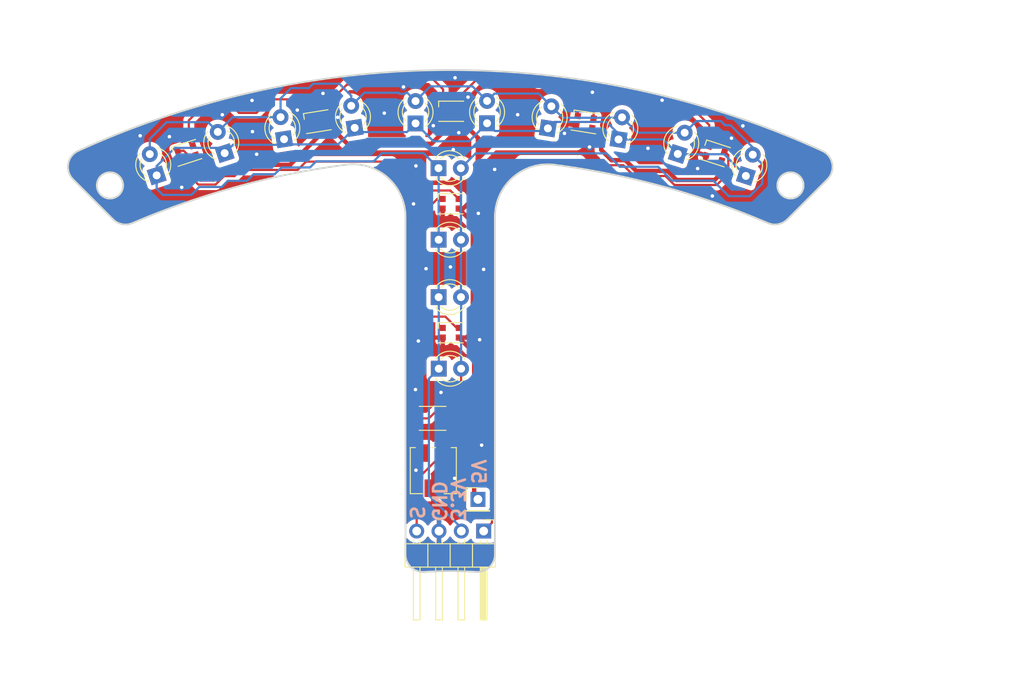
<source format=kicad_pcb>
(kicad_pcb (version 20221018) (generator pcbnew)
  (layers (0 "F.Cu" signal) (31 "B.Cu" signal) (34 "B.Paste" user) (35 "F.Paste" user) (36 "B.SilkS" user "B.Silkscreen") (37 "F.SilkS" user "F.Silkscreen") (38 "B.Mask" user) (39 "F.Mask" user) (44 "Edge.Cuts" user))
  (net 0 "")
  (net 1 "Net-(D1-DOUT)")
  (net 2 "GND")
  (net 3 "+5V")
  (net 4 "/PWM")
  (net 5 "Net-(D2-DOUT)")
  (net 6 "Net-(D3-DOUT)")
  (net 7 "Net-(D4-DOUT)")
  (net 8 "+3.3V")
  (net 9 "/S")
  (net 10 "Net-(Q1-E)")
  (net 12 "Net-(D4-DIN)")
  (footprint "Connector_PinHeader_2.54mm:PinHeader_1x01_P2.54mm_Vertical" (layer "F.Cu") (at 184.28 77.42)
    (fp_text reference "J2" hide)
    (fp_text value "Conn_01x01_Pin")
    (pad "1" thru_hole rect (at 0 0) (size 1.7 1.7) (drill 1) (layers "*.Cu" "*.Mask") (net 3 "+5V"))
  )
  (footprint "LED_THT:LED_D3.0mm_Clear" (layer "F.Cu") (at 179.81 47.875)
    (fp_text reference "Q12" hide)
    (fp_text value "Q_Photo_NPN")
    (pad "1" thru_hole rect (at 0 0) (size 1.8 1.8) (drill 0.9) (layers "*.Cu" "*.Mask") (net 8 "+3.3V"))
    (pad "2" thru_hole circle (at 2.54 0) (size 1.8 1.8) (drill 0.9) (layers "*.Cu" "*.Mask") (net 10 "Net-(Q1-E)"))
  )
  (footprint "LED_THT:LED_D3.0mm_Clear" (layer "F.Cu") (at 155.464502 38.024803 108)
    (fp_text reference "Q1" hide)
    (fp_text value "Q_Photo_NPN")
    (pad "1" thru_hole rect (at 0 0 108) (size 1.8 1.8) (drill 0.9) (layers "*.Cu" "*.Mask") (net 8 "+3.3V"))
    (pad "2" thru_hole circle (at 2.54 0 108) (size 1.8 1.8) (drill 0.9) (layers "*.Cu" "*.Mask") (net 10 "Net-(Q1-E)"))
  )
  (footprint "LED_THT:LED_D3.0mm_Clear" (layer "F.Cu") (at 179.81 54.41)
    (fp_text reference "Q11" hide)
    (fp_text value "Q_Photo_NPN")
    (pad "1" thru_hole rect (at 0 0) (size 1.8 1.8) (drill 0.9) (layers "*.Cu" "*.Mask") (net 8 "+3.3V"))
    (pad "2" thru_hole circle (at 2.54 0) (size 1.8 1.8) (drill 0.9) (layers "*.Cu" "*.Mask") (net 10 "Net-(Q1-E)"))
  )
  (footprint "LED_SMD:LED_WS2812B-2020_PLCC4_2.0x2.0mm" (layer "F.Cu") (at 196.452127 34.474534 -9)
    (fp_text reference "D2" hide)
    (fp_text value "NeoPixel_THT")
    (pad "1" smd rect (at -0.915 -0.55 351) (size 0.7 0.7) (layers "F.Cu" "F.Paste" "F.Mask") (net 5 "Net-(D2-DOUT)"))
    (pad "2" smd rect (at -0.915 0.55 351) (size 0.7 0.7) (layers "F.Cu" "F.Paste" "F.Mask") (net 2 "GND"))
    (pad "3" smd rect (at 0.915 0.55 351) (size 0.7 0.7) (layers "F.Cu" "F.Paste" "F.Mask") (net 3 "+5V"))
    (pad "4" smd rect (at 0.915 -0.55 351) (size 0.7 0.7) (layers "F.Cu" "F.Paste" "F.Mask") (net 1 "Net-(D1-DOUT)"))
  )
  (footprint "LED_THT:LED_D3.0mm_Clear" (layer "F.Cu") (at 179.825 62.55)
    (fp_text reference "Q10" hide)
    (fp_text value "Q_Photo_NPN")
    (pad "1" thru_hole rect (at 0 0) (size 1.8 1.8) (drill 0.9) (layers "*.Cu" "*.Mask") (net 8 "+3.3V"))
    (pad "2" thru_hole circle (at 2.54 0) (size 1.8 1.8) (drill 0.9) (layers "*.Cu" "*.Mask") (net 10 "Net-(Q1-E)"))
  )
  (footprint "LED_THT:LED_D3.0mm_Clear" (layer "F.Cu") (at 179.795 39.735)
    (fp_text reference "Q4" hide)
    (fp_text value "Q_Photo_NPN")
    (pad "1" thru_hole rect (at 0 0) (size 1.8 1.8) (drill 0.9) (layers "*.Cu" "*.Mask") (net 8 "+3.3V"))
    (pad "2" thru_hole circle (at 2.54 0) (size 1.8 1.8) (drill 0.9) (layers "*.Cu" "*.Mask") (net 10 "Net-(Q1-E)"))
  )
  (footprint "LED_THT:LED_D3.0mm_Clear" (layer "F.Cu") (at 185.32 34.625 90)
    (fp_text reference "Q14" hide)
    (fp_text value "Q_Photo_NPN")
    (pad "1" thru_hole rect (at 0 0 90) (size 1.8 1.8) (drill 0.9) (layers "*.Cu" "*.Mask") (net 8 "+3.3V"))
    (pad "2" thru_hole circle (at 2.54 0 90) (size 1.8 1.8) (drill 0.9) (layers "*.Cu" "*.Mask") (net 10 "Net-(Q1-E)"))
  )
  (footprint "LED_SMD:LED_WS2812B-2020_PLCC4_2.0x2.0mm" (layer "F.Cu") (at 211.29685 38.05538 -18)
    (fp_text reference "D1" hide)
    (fp_text value "NeoPixel_THT" hide)
    (pad "1" smd rect (at -0.915 -0.55 342) (size 0.7 0.7) (layers "F.Cu" "F.Paste" "F.Mask") (net 1 "Net-(D1-DOUT)"))
    (pad "2" smd rect (at -0.915 0.55 342) (size 0.7 0.7) (layers "F.Cu" "F.Paste" "F.Mask") (net 2 "GND"))
    (pad "3" smd rect (at 0.915 0.55 342) (size 0.7 0.7) (layers "F.Cu" "F.Paste" "F.Mask") (net 3 "+5V"))
    (pad "4" smd rect (at 0.915 -0.55 342) (size 0.7 0.7) (layers "F.Cu" "F.Paste" "F.Mask") (net 4 "/PWM"))
  )
  (footprint "LED_THT:LED_D3.0mm_Clear" (layer "F.Cu") (at 170.258466 35.150062 99)
    (fp_text reference "Q6" hide)
    (fp_text value "Q_Photo_NPN")
    (pad "1" thru_hole rect (at 0 0 99) (size 1.8 1.8) (drill 0.9) (layers "*.Cu" "*.Mask") (net 8 "+3.3V"))
    (pad "2" thru_hole circle (at 2.54 0 99) (size 1.8 1.8) (drill 0.9) (layers "*.Cu" "*.Mask") (net 10 "Net-(Q1-E)"))
  )
  (footprint "Connector_PinHeader_2.54mm:PinHeader_1x04_P2.54mm_Horizontal" (layer "F.Cu") (at 184.93 81.025 -90)
    (fp_text reference "J1" hide)
    (fp_text value "Conn_01x04_Pin")
    (pad "1" thru_hole rect (at 0 0 270) (size 1.7 1.7) (drill 1) (layers "*.Cu" "*.Mask") (net 4 "/PWM"))
    (pad "2" thru_hole oval (at 0 2.54 270) (size 1.7 1.7) (drill 1) (layers "*.Cu" "*.Mask") (net 8 "+3.3V"))
    (pad "3" thru_hole oval (at 0 5.08 270) (size 1.7 1.7) (drill 1) (layers "*.Cu" "*.Mask") (net 2 "GND"))
    (pad "4" thru_hole oval (at 0 7.62 270) (size 1.7 1.7) (drill 1) (layers "*.Cu" "*.Mask") (net 9 "/S"))
  )
  (footprint "LED_SMD:LED_WS2812B-2020_PLCC4_2.0x2.0mm" (layer "F.Cu") (at 166.005287 34.441684 9)
    (fp_text reference "D4" hide)
    (fp_text value "NeoPixel_THT")
    (pad "1" smd rect (at -0.915 -0.55 9) (size 0.7 0.7) (layers "F.Cu" "F.Paste" "F.Mask"))
    (pad "2" smd rect (at -0.915 0.55 9) (size 0.7 0.7) (layers "F.Cu" "F.Paste" "F.Mask") (net 2 "GND"))
    (pad "3" smd rect (at 0.915 0.55 9) (size 0.7 0.7) (layers "F.Cu" "F.Paste" "F.Mask") (net 3 "+5V"))
    (pad "4" smd rect (at 0.915 -0.55 9) (size 0.7 0.7) (layers "F.Cu" "F.Paste" "F.Mask") (net 6 "Net-(D3-DOUT)"))
  )
  (footprint "LED_THT:LED_D3.0mm_Clear" (layer "F.Cu") (at 214.764863 40.617452 72)
    (fp_text reference "Q7" hide)
    (fp_text value "Q_Photo_NPN")
    (pad "1" thru_hole rect (at 0 0 72) (size 1.8 1.8) (drill 0.9) (layers "*.Cu" "*.Mask") (net 8 "+3.3V"))
    (pad "2" thru_hole circle (at 2.54 0 72) (size 1.8 1.8) (drill 0.9) (layers "*.Cu" "*.Mask") (net 10 "Net-(Q1-E)"))
  )
  (footprint "Resistor_SMD:R_2010_5025Metric" (layer "F.Cu") (at 179.125 68.2 180)
    (fp_text reference "R1" hide)
    (fp_text value "1K")
    (pad "1" smd roundrect (at -2.3125 0 180) (size 1.225 2.65) (layers "F.Cu" "F.Paste" "F.Mask") (roundrect_rratio 0.204082) (net 9 "/S"))
    (pad "2" smd roundrect (at 2.3125 0 180) (size 1.225 2.65) (layers "F.Cu" "F.Paste" "F.Mask") (roundrect_rratio 0.204082) (net 10 "Net-(Q1-E)"))
  )
  (footprint "LED_THT:LED_D3.0mm_Clear" (layer "F.Cu") (at 147.727537 40.554467 108)
    (fp_text reference "Q9" hide)
    (fp_text value "Q_Photo_NPN")
    (pad "1" thru_hole rect (at 0 0 108) (size 1.8 1.8) (drill 0.9) (layers "*.Cu" "*.Mask") (net 8 "+3.3V"))
    (pad "2" thru_hole circle (at 2.54 0 108) (size 1.8 1.8) (drill 0.9) (layers "*.Cu" "*.Mask") (net 10 "Net-(Q1-E)"))
  )
  (footprint "LED_SMD:LED_WS2812B-2020_PLCC4_2.0x2.0mm" (layer "F.Cu") (at 151.152872 37.99049 18)
    (fp_text reference "D6" hide)
    (fp_text value "NeoPixel_THT")
    (pad "1" smd rect (at -0.915 -0.55 18) (size 0.7 0.7) (layers "F.Cu" "F.Paste" "F.Mask") (net 12 "Net-(D4-DIN)"))
    (pad "2" smd rect (at -0.915 0.55 18) (size 0.7 0.7) (layers "F.Cu" "F.Paste" "F.Mask") (net 2 "GND"))
    (pad "3" smd rect (at 0.915 0.55 18) (size 0.7 0.7) (layers "F.Cu" "F.Paste" "F.Mask") (net 3 "+5V"))
    (pad "4" smd rect (at 0.915 -0.55 18) (size 0.7 0.7) (layers "F.Cu" "F.Paste" "F.Mask") (net 6 "Net-(D3-DOUT)"))
  )
  (footprint "LED_THT:LED_D3.0mm_Clear" (layer "F.Cu") (at 177.18 34.64 90)
    (fp_text reference "Q13" hide)
    (fp_text value "Q_Photo_NPN")
    (pad "1" thru_hole rect (at 0 0 90) (size 1.8 1.8) (drill 0.9) (layers "*.Cu" "*.Mask") (net 8 "+3.3V"))
    (pad "2" thru_hole circle (at 2.54 0 90) (size 1.8 1.8) (drill 0.9) (layers "*.Cu" "*.Mask") (net 10 "Net-(Q1-E)"))
  )
  (footprint "Potentiometer_SMD:Potentiometer_Vishay_TS53YJ_Vertical" (layer "F.Cu") (at 179.2 74.15 90)
    (fp_text reference "RV1" hide)
    (fp_text value "R_Potentiometer_Trim_US")
    (pad "1" smd rect (at 2 -1.15 90) (size 2 1.3) (layers "F.Cu" "F.Paste" "F.Mask"))
    (pad "2" smd rect (at -2 0 90) (size 2 2) (layers "F.Cu" "F.Paste" "F.Mask") (net 2 "GND"))
    (pad "3" smd rect (at 2 1.15 90) (size 2 1.3) (layers "F.Cu" "F.Paste" "F.Mask") (net 9 "/S"))
  )
  (footprint "LED_SMD:LED_WS2812B-2020_PLCC4_2.0x2.0mm" (layer "F.Cu") (at 181.175 43.785)
    (fp_text reference "D4" hide)
    (fp_text value "NeoPixel_THT")
    (pad "1" smd rect (at -0.915 -0.55) (size 0.7 0.7) (layers "F.Cu" "F.Paste" "F.Mask") (net 7 "Net-(D4-DOUT)"))
    (pad "2" smd rect (at -0.915 0.55) (size 0.7 0.7) (layers "F.Cu" "F.Paste" "F.Mask") (net 2 "GND"))
    (pad "3" smd rect (at 0.915 0.55) (size 0.7 0.7) (layers "F.Cu" "F.Paste" "F.Mask") (net 3 "+5V"))
    (pad "4" smd rect (at 0.915 -0.55) (size 0.7 0.7) (layers "F.Cu" "F.Paste" "F.Mask") (net 12 "Net-(D4-DIN)"))
  )
  (footprint "LED_THT:LED_D3.0mm_Clear" (layer "F.Cu") (at 200.27824 36.462546 81)
    (fp_text reference "Q2" hide)
    (fp_text value "Q_Photo_NPN")
    (pad "1" thru_hole rect (at 0 0 81) (size 1.8 1.8) (drill 0.9) (layers "*.Cu" "*.Mask") (net 8 "+3.3V"))
    (pad "2" thru_hole circle (at 2.54 0 81) (size 1.8 1.8) (drill 0.9) (layers "*.Cu" "*.Mask") (net 10 "Net-(Q1-E)"))
  )
  (footprint "LED_THT:LED_D3.0mm_Clear" (layer "F.Cu") (at 192.23611 35.203984 81)
    (fp_text reference "Q5" hide)
    (fp_text value "Q_Photo_NPN" hide)
    (pad "1" thru_hole rect (at 0 0 81) (size 1.8 1.8) (drill 0.9) (layers "*.Cu" "*.Mask") (net 8 "+3.3V"))
    (pad "2" thru_hole circle (at 2.54 0 81) (size 1.8 1.8) (drill 0.9) (layers "*.Cu" "*.Mask") (net 10 "Net-(Q1-E)"))
  )
  (footprint "LED_THT:LED_D3.0mm_Clear" (layer "F.Cu") (at 207.018628 38.11632 72)
    (fp_text reference "Q8" hide)
    (fp_text value "Q_Photo_NPN")
    (pad "1" thru_hole rect (at 0 0 72) (size 1.8 1.8) (drill 0.9) (layers "*.Cu" "*.Mask") (net 8 "+3.3V"))
    (pad "2" thru_hole circle (at 2.54 0 72) (size 1.8 1.8) (drill 0.9) (layers "*.Cu" "*.Mask") (net 10 "Net-(Q1-E)"))
  )
  (footprint "LED_SMD:LED_WS2812B-2020_PLCC4_2.0x2.0mm" (layer "F.Cu") (at 181.19 58.46)
    (fp_text reference "D5" hide)
    (fp_text value "NeoPixel_THT")
    (pad "1" smd rect (at -0.915 -0.55) (size 0.7 0.7) (layers "F.Cu" "F.Paste" "F.Mask"))
    (pad "2" smd rect (at -0.915 0.55) (size 0.7 0.7) (layers "F.Cu" "F.Paste" "F.Mask") (net 2 "GND"))
    (pad "3" smd rect (at 0.915 0.55) (size 0.7 0.7) (layers "F.Cu" "F.Paste" "F.Mask") (net 3 "+5V"))
    (pad "4" smd rect (at 0.915 -0.55) (size 0.7 0.7) (layers "F.Cu" "F.Paste" "F.Mask") (net 7 "Net-(D4-DOUT)"))
  )
  (footprint "LED_SMD:LED_WS2812B-2020_PLCC4_2.0x2.0mm" (layer "F.Cu") (at 181.23 33.26)
    (fp_text reference "D3" hide)
    (fp_text value "NeoPixel_THT")
    (pad "1" smd rect (at -0.915 -0.55) (size 0.7 0.7) (layers "F.Cu" "F.Paste" "F.Mask") (net 6 "Net-(D3-DOUT)"))
    (pad "2" smd rect (at -0.915 0.55) (size 0.7 0.7) (layers "F.Cu" "F.Paste" "F.Mask") (net 2 "GND"))
    (pad "3" smd rect (at 0.915 0.55) (size 0.7 0.7) (layers "F.Cu" "F.Paste" "F.Mask") (net 3 "+5V"))
    (pad "4" smd rect (at 0.915 -0.55) (size 0.7 0.7) (layers "F.Cu" "F.Paste" "F.Mask") (net 5 "Net-(D2-DOUT)"))
  )
  (footprint "LED_THT:LED_D3.0mm_Clear" (layer "F.Cu") (at 162.221029 36.438254 99)
    (fp_text reference "Q3" hide)
    (fp_text value "Q_Photo_NPN")
    (pad "1" thru_hole rect (at 0 0 99) (size 1.8 1.8) (drill 0.9) (layers "*.Cu" "*.Mask") (net 8 "+3.3V"))
    (pad "2" thru_hole circle (at 2.54 0 99) (size 1.8 1.8) (drill 0.9) (layers "*.Cu" "*.Mask") (net 10 "Net-(Q1-E)"))
  )
  (gr_arc (start 186.205987 45.291867) (mid 188.246099 40.784179) (end 192.979079 39.341882) (stroke (width 0.2)) (layer "Edge.Cuts"))
  (gr_line (start 138.221321 41.002269) (end 142.77079 45.551738) (stroke (width 0.2)) (layer "Edge.Cuts"))
  (gr_line (start 186.205987 83.676092) (end 186.205987 45.291867) (stroke (width 0.2)) (layer "Edge.Cuts"))
  (gr_arc (start 186.205987 83.676092) (mid 185.573064 85.135921) (end 184.074882 85.67179) (stroke (width 0.2)) (layer "Edge.Cuts"))
  (gr_circle (center 142.413124 41.697234) (end 142.413124 40.197234) (stroke (width 0.2)) (fill none) (layer "Edge.Cuts"))
  (gr_arc (start 144.970961 45.976619) (mid 156.8928 41.823656) (end 169.270931 39.341882) (stroke (width 0.2)) (layer "Edge.Cuts"))
  (gr_arc (start 138.805745 37.768316) (mid 181.125005 28.574998) (end 223.444265 37.768316) (stroke (width 0.2)) (layer "Edge.Cuts"))
  (gr_line (start 176.044023 45.291867) (end 176.044023 83.676092) (stroke (width 0.2)) (layer "Edge.Cuts"))
  (gr_arc (start 178.175128 85.67179) (mid 181.125005 85.575) (end 184.074882 85.67179) (stroke (width 0.2)) (layer "Edge.Cuts"))
  (gr_arc (start 138.221321 41.002269) (mid 137.667441 39.232413) (end 138.805745 37.768316) (stroke (width 0.2)) (layer "Edge.Cuts"))
  (gr_arc (start 178.175128 85.67179) (mid 176.676938 85.135929) (end 176.044023 83.676092) (stroke (width 0.2)) (layer "Edge.Cuts"))
  (gr_circle (center 219.836886 41.697234) (end 219.836886 40.197234) (stroke (width 0.2)) (fill none) (layer "Edge.Cuts"))
  (gr_arc (start 169.270931 39.341882) (mid 174.00391 40.784183) (end 176.044023 45.291867) (stroke (width 0.2)) (layer "Edge.Cuts"))
  (gr_line (start 219.47922 45.551738) (end 224.028689 41.002269) (stroke (width 0.2)) (layer "Edge.Cuts"))
  (gr_arc (start 223.444265 37.768316) (mid 224.582649 39.232398) (end 224.028689 41.002269) (stroke (width 0.2)) (layer "Edge.Cuts"))
  (gr_arc (start 144.970961 45.976619) (mid 143.805784 46.101241) (end 142.77079 45.551738) (stroke (width 0.2)) (layer "Edge.Cuts"))
  (gr_arc (start 219.47922 45.551738) (mid 218.444225 46.101238) (end 217.279049 45.976619) (stroke (width 0.2)) (layer "Edge.Cuts"))
  (gr_arc (start 192.979079 39.341882) (mid 205.35721 41.823656) (end 217.279049 45.976619) (stroke (width 0.2)) (layer "Edge.Cuts"))
  (gr_text "3.3V" (at 181.1 80.075 270) (layer "B.SilkS") (effects (font (size 1.5 1.5) (thickness 0.3) bold) (justify left bottom mirror)))
  (gr_text "5V" (at 183.45 75.825 270) (layer "B.SilkS") (effects (font (size 1.5 1.5) (thickness 0.3) bold) (justify left bottom mirror)))
  (gr_text "GND" (at 178.975 80.125 270) (layer "B.SilkS") (effects (font (size 1.5 1.5) (thickness 0.3) bold) (justify left bottom mirror)))
  (gr_text "S" (at 178.35 78 90) (layer "B.SilkS") (effects (font (size 1.5 1.5) (thickness 0.3) bold) (justify left bottom mirror)))
  (segment (start 203.327 32.766) (end 202.184 31.623) (width 0.25) (layer "F.Cu") (net 1))
  (segment (start 208.534 32.766) (end 203.327 32.766) (width 0.25) (layer "F.Cu") (net 1))
  (segment (start 210.596593 37.249548) (end 210.596593 34.828593) (width 0.25) (layer "F.Cu") (net 1))
  (segment (start 197.441901 33.063099) (end 197.441901 34.074443) (width 0.25) (layer "F.Cu") (net 1))
  (segment (start 202.184 31.623) (end 198.882 31.623) (width 0.25) (layer "F.Cu") (net 1))
  (segment (start 198.882 31.623) (end 197.441901 33.063099) (width 0.25) (layer "F.Cu") (net 1))
  (segment (start 210.596593 34.828593) (end 208.534 32.766) (width 0.25) (layer "F.Cu") (net 1))
  (via (at 155.194 33.655) (size 0.8) (drill 0.4) (layers "F.Cu" "B.Cu") (net 2))
  (via (at 205.232 32.004) (size 0.8) (drill 0.4) (layers "F.Cu" "B.Cu") (net 2))
  (via (at 184.7 71.25) (size 0.8) (drill 0.4) (layers "F.Cu" "B.Cu") (net 2))
  (via (at 210.95 42.9) (size 0.8) (drill 0.4) (layers "F.Cu" "B.Cu") (net 2))
  (via (at 173.625 33.475) (size 0.8) (drill 0.4) (layers "F.Cu" "B.Cu") (net 2))
  (via (at 181.675 29.45) (size 0.8) (drill 0.4) (layers "F.Cu" "B.Cu") (net 2))
  (via (at 209.275 39.775) (size 0.8) (drill 0.4) (layers "F.Cu" "B.Cu") (net 2))
  (via (at 176.95 43.8) (size 0.8) (drill 0.4) (layers "F.Cu" "B.Cu") (net 2))
  (via (at 188.8 33.65) (size 0.8) (drill 0.4) (layers "F.Cu" "B.Cu") (net 2))
  (via (at 179.2 34.9) (size 0.8) (drill 0.4) (layers "F.Cu" "B.Cu") (net 2))
  (via (at 149.175 36.15) (size 0.8) (drill 0.4) (layers "F.Cu" "B.Cu") (net 2))
  (via (at 168.325 33.95) (size 0.8) (drill 0.4) (layers "F.Cu" "B.Cu") (net 2))
  (via (at 184.925 51.25) (size 0.8) (drill 0.4) (layers "F.Cu" "B.Cu") (net 2))
  (via (at 184.325 44.875) (size 0.8) (drill 0.4) (layers "F.Cu" "B.Cu") (net 2))
  (via (at 182.1 35.7) (size 0.8) (drill 0.4) (layers "F.Cu" "B.Cu") (net 2))
  (via (at 158.625 35.575) (size 0.8) (drill 0.4) (layers "F.Cu" "B.Cu") (net 2))
  (via (at 184.475 59.25) (size 0.8) (drill 0.4) (layers "F.Cu" "B.Cu") (net 2))
  (via (at 166.65 31.225) (size 0.8) (drill 0.4) (layers "F.Cu" "B.Cu") (net 2))
  (via (at 194.125 35.775) (size 0.8) (drill 0.4) (layers "F.Cu" "B.Cu") (net 2))
  (via (at 177.175 64.925) (size 0.8) (drill 0.4) (layers "F.Cu" "B.Cu") (net 2))
  (via (at 183.15 31.65) (size 0.8) (drill 0.4) (layers "F.Cu" "B.Cu") (net 2))
  (via (at 196.977 37.3255) (size 0.8) (drill 0.4) (layers "F.Cu" "B.Cu") (net 2))
  (via (at 181.475 37.625) (size 0.8) (drill 0.4) (layers "F.Cu" "B.Cu") (net 2))
  (via (at 177.225 39.475) (size 0.8) (drill 0.4) (layers "F.Cu" "B.Cu") (net 2))
  (via (at 213.125 36.325) (size 0.8) (drill 0.4) (layers "F.Cu" "B.Cu") (net 2))
  (via (at 163.725 33.125) (size 0.8) (drill 0.4) (layers "F.Cu" "B.Cu") (net 2))
  (via (at 186.182 39.878) (size 0.8) (drill 0.4) (layers "F.Cu" "B.Cu") (net 2))
  (via (at 180.075 65.25) (size 0.8) (drill 0.4) (layers "F.Cu" "B.Cu") (net 2))
  (via (at 159.1 38.15) (size 0.8) (drill 0.4) (layers "F.Cu" "B.Cu") (net 2))
  (via (at 175.808249 30.486973) (size 0.8) (drill 0.4) (layers "F.Cu" "B.Cu") (net 2))
  (via (at 150.575 41.91) (size 0.8) (drill 0.4) (layers "F.Cu" "B.Cu") (net 2))
  (via (at 181.15 50.975) (size 0.8) (drill 0.4) (layers "F.Cu" "B.Cu") (net 2))
  (via (at 197.3 31.1) (size 0.8) (drill 0.4) (layers "F.Cu" "B.Cu") (net 2))
  (via (at 181.625 75.025) (size 0.8) (drill 0.4) (layers "F.Cu" "B.Cu") (net 2))
  (via (at 145.85 36.05) (size 0.8) (drill 0.4) (layers "F.Cu" "B.Cu") (net 2))
  (via (at 214.425 34.925) (size 0.8) (drill 0.4) (layers "F.Cu" "B.Cu") (net 2))
  (via (at 158.575 32.025) (size 0.8) (drill 0.4) (layers "F.Cu" "B.Cu") (net 2))
  (via (at 177.225 74.1) (size 0.8) (drill 0.4) (layers "F.Cu" "B.Cu") (net 2))
  (via (at 178.375 51.175) (size 0.8) (drill 0.4) (layers "F.Cu" "B.Cu") (net 2))
  (via (at 203.625 37.475) (size 0.8) (drill 0.4) (layers "F.Cu" "B.Cu") (net 2))
  (via (at 177.5 59.4) (size 0.8) (drill 0.4) (layers "F.Cu" "B.Cu") (net 2))
  (segment (start 167.302775 34.841775) (end 169.418 36.957) (width 0.5) (layer "F.Cu") (net 3))
  (segment (start 211.211828 41.075) (end 211.997107 40.289721) (width 0.5) (layer "F.Cu") (net 3))
  (segment (start 184.275 38.989) (end 184.275 36.324) (width 0.5) (layer "F.Cu") (net 3))
  (segment (start 182.145 33.81) (end 182.654 33.81) (width 0.5) (layer "F.Cu") (net 3))
  (segment (start 205.851776 40.05) (end 206.876776 41.075) (width 0.5) (layer "F.Cu") (net 3))
  (segment (start 184.5285 36.5335) (end 184.4875 36.4925) (width 0.5) (layer "F.Cu") (net 3))
  (segment (start 185.928 37) (end 185.547 37) (width 0.5) (layer "F.Cu") (net 3))
  (segment (start 166.995061 34.841775) (end 167.302775 34.841775) (width 0.5) (layer "F.Cu") (net 3))
  (segment (start 157.05896 39.358868) (end 162.90096 39.358868) (width 0.5) (layer "F.Cu") (net 3))
  (segment (start 202.280172 40.05) (end 205.851776 40.05) (width 0.5) (layer "F.Cu") (net 3))
  (segment (start 184.023 39.241) (end 184.275 38.989) (width 0.5) (layer "F.Cu") (net 3))
  (segment (start 211.997107 40.289721) (end 211.997107 38.861212) (width 0.5) (layer "F.Cu") (net 3))
  (segment (start 185.245 37) (end 184.995 37) (width 0.5) (layer "F.Cu") (net 3))
  (segment (start 184.4015 37.8435) (end 184.5285 37.7165) (width 0.5) (layer "F.Cu") (net 3))
  (segment (start 184.023 42.902) (end 184.023 39.241) (width 0.5) (layer "F.Cu") (net 3))
  (segment (start 198.3 36.191077) (end 198.3 37.645) (width 0.5) (layer "F.Cu") (net 3))
  (segment (start 185.547 37) (end 185.245 37) (width 0.5) (layer "F.Cu") (net 3))
  (segment (start 184.275 38.989) (end 184.275 38.653) (width 0.5) (layer "F.Cu") (net 3))
  (segment (start 183.007 34.163) (end 183.007 35.012) (width 0.5) (layer "F.Cu") (net 3))
  (segment (start 184.4875 36.4925) (end 184.297 36.302) (width 0.5) (layer "F.Cu") (net 3))
  (segment (start 184.574 38.354) (end 184.7825 38.1455) (width 0.5) (layer "F.Cu") (net 3))
  (segment (start 183.7 58.265) (end 182.955 59.01) (width 0.5) (layer "F.Cu") (net 3))
  (segment (start 185.166 37.465) (end 184.973 37.272) (width 0.5) (layer "F.Cu") (net 3))
  (segment (start 182.105 59.19) (end 182.105 59.01) (width 0.25) (layer "F.Cu") (net 3))
  (segment (start 156.352828 40.065) (end 157.05896 39.358868) (width 0.5) (layer "F.Cu") (net 3))
  (segment (start 155.146826 40.065) (end 156.352828 40.065) (width 0.5) (layer "F.Cu") (net 3))
  (segment (start 182.09 44.335) (end 183.7 45.945) (width 0.5) (layer "F.Cu") (net 3))
  (segment (start 184.995 37) (end 184.4875 36.4925) (width 0.5) (layer "F.Cu") (net 3))
  (segment (start 184.5285 37.7165) (end 184.7825 37.4625) (width 0.5) (layer "F.Cu") (net 3))
  (segment (start 169.418 36.957) (end 178.998 36.957) (width 0.5) (layer "F.Cu") (net 3))
  (segment (start 182.654 33.81) (end 183.007 34.163) (width 0.5) (layer "F.Cu") (net 3))
  (segment (start 154.186826 41.025) (end 155.146826 40.065) (width 0.5) (layer "F.Cu") (net 3))
  (segment (start 184.7825 37.4625) (end 184.973 37.272) (width 0.5) (layer "F.Cu") (net 3))
  (segment (start 184.743 38.185) (end 185.928 37) (width 0.5) (layer "F.Cu") (net 3))
  (segment (start 184.275 38.354) (end 184.275 37.97) (width 0.5) (layer "F.Cu") (net 3))
  (segment (start 183.85 60.755) (end 182.105 59.01) (width 0.5) (layer "F.Cu") (net 3))
  (segment (start 166.995061 35.264767) (end 166.995061 34.841775) (width 0.5) (layer "F.Cu") (net 3))
  (segment (start 185.971 36.957) (end 185.928 37) (width 0.5) (layer "F.Cu") (net 3))
  (segment (start 199.48 38.825) (end 201.055172 38.825) (width 0.5) (layer "F.Cu") (net 3))
  (segment (start 184.7825 38.1455) (end 184.7825 37.4625) (width 0.5) (layer "F.Cu") (net 3))
  (segment (start 183.7 45.945) (end 183.7 58.265) (width 0.5) (layer "F.Cu") (net 3))
  (segment (start 183.85 76.99) (end 183.85 60.755) (width 0.5) (layer "F.Cu") (net 3))
  (segment (start 201.055172 38.825) (end 202.280172 40.05) (width 0.5) (layer "F.Cu") (net 3))
  (segment (start 162.90096 39.358868) (end 166.995061 35.264767) (width 0.5) (layer "F.Cu") (net 3))
  (segment (start 151.793641 40.109469) (end 152.709172 41.025) (width 0.5) (layer "F.Cu") (net 3))
  (segment (start 184.275 38.989) (end 184.275 38.354) (width 0.5) (layer "F.Cu") (net 3))
  (segment (start 183.007 35.012) (end 184.297 36.302) (width 0.5) (layer "F.Cu") (net 3))
  (segment (start 184.404 37.846) (end 184.4015 37.8435) (width 0.5) (layer "F.Cu") (net 3))
  (segment (start 184.275 38.653) (end 184.743 38.185) (width 0.5) (layer "F.Cu") (net 3))
  (segment (start 182.09 44.335) (end 182.59 44.335) (width 0.5) (layer "F.Cu") (net 3))
  (segment (start 182.955 59.01) (end 182.105 59.01) (width 0.5) (layer "F.Cu") (net 3))
  (segment (start 184.28 77.42) (end 183.85 76.99) (width 0.5) (layer "F.Cu") (net 3))
  (segment (start 152.193048 38.230821) (end 151.793641 38.630228) (width 0.5) (layer "F.Cu") (net 3))
  (segment (start 178.998 36.957) (end 182.145 33.81) (width 0.5) (layer "F.Cu") (net 3))
  (segment (start 185.547 37) (end 185.42 37.127) (width 0.5) (layer "F.Cu") (net 3))
  (segment (start 197.269823 35.1609) (end 195.473723 36.957) (width 0.5) (layer "F.Cu") (net 3))
  (segment (start 184.973 37.272) (end 185.245 37) (width 0.5) (layer "F.Cu") (net 3))
  (segment (start 184.574 38.354) (end 184.743 38.185) (width 0.5) (layer "F.Cu") (net 3))
  (segment (start 198.3 37.645) (end 199.48 38.825) (width 0.5) (layer "F.Cu") (net 3))
  (segment (start 184.275 36.324) (end 184.297 36.302) (width 0.5) (layer "F.Cu") (net 3))
  (segment (start 197.269823 35.1609) (end 198.3 36.191077) (width 0.5) (layer "F.Cu") (net 3))
  (segment (start 206.876776 41.075) (end 211.211828 41.075) (width 0.5) (layer "F.Cu") (net 3))
  (segment (start 184.5285 37.7165) (end 184.5285 36.5335) (width 0.5) (layer "F.Cu") (net 3))
  (segment (start 182.59 44.335) (end 184.023 42.902) (width 0.5) (layer "F.Cu") (net 3))
  (segment (start 197.269823 35.1609) (end 197.20058 35.1609) (width 0.5) (layer "F.Cu") (net 3))
  (segment (start 182.105 59.01) (end 182.355 59.01) (width 0.25) (layer "F.Cu") (net 3))
  (segment (start 184.275 37.97) (end 184.4015 37.8435) (width 0.5) (layer "F.Cu") (net 3))
  (segment (start 184.275 38.354) (end 184.574 38.354) (width 0.5) (layer "F.Cu") (net 3))
  (segment (start 195.473723 36.957) (end 185.971 36.957) (width 0.5) (layer "F.Cu") (net 3))
  (segment (start 152.709172 41.025) (end 154.186826 41.025) (width 0.5) (layer "F.Cu") (net 3))
  (segment (start 151.793641 38.630228) (end 151.793641 40.109469) (width 0.5) (layer "F.Cu") (net 3))
  (segment (start 212.763133 40.336867) (end 211.45 41.65) (width 0.25) (layer "F.Cu") (net 4))
  (segment (start 200.817 39.4) (end 196.388604 39.4) (width 0.25) (layer "F.Cu") (net 4))
  (segment (start 212.763133 38.241156) (end 212.763133 40.336867) (width 0.25) (layer "F.Cu") (net 4))
  (segment (start 205.613604 40.625) (end 202.042 40.625) (width 0.25) (layer "F.Cu") (net 4))
  (segment (start 211.45 41.65) (end 206.638604 41.65) (width 0.25) (layer "F.Cu") (net 4))
  (segment (start 202.042 40.625) (end 200.817 39.4) (width 0.25) (layer "F.Cu") (net 4))
  (segment (start 185.875 80.08) (end 184.93 81.025) (width 0.25) (layer "F.Cu") (net 4))
  (segment (start 195.850604 38.862) (end 189.23 38.862) (width 0.25) (layer "F.Cu") (net 4))
  (segment (start 212.337026 37.815049) (end 212.763133 38.241156) (width 0.25) (layer "F.Cu") (net 4))
  (segment (start 206.638604 41.65) (end 205.613604 40.625) (width 0.25) (layer "F.Cu") (net 4))
  (segment (start 185.875 43.233) (end 185.875 80.08) (width 0.25) (layer "F.Cu") (net 4))
  (segment (start 189.23 38.862) (end 186.309 41.783) (width 0.25) (layer "F.Cu") (net 4))
  (segment (start 196.388604 39.4) (end 195.850604 38.862) (width 0.25) (layer "F.Cu") (net 4))
  (segment (start 186.309 41.783) (end 186.309 42.799) (width 0.25) (layer "F.Cu") (net 4))
  (segment (start 186.309 42.799) (end 185.875 43.233) (width 0.25) (layer "F.Cu") (net 4))
  (segment (start 190.373 29.337) (end 184.437695 29.337) (width 0.25) (layer "F.Cu") (net 5))
  (segment (start 182.145 31.629695) (end 182.145 32.71) (width 0.25) (layer "F.Cu") (net 5))
  (segment (start 195.634431 33.788168) (end 195.634431 31.309431) (width 0.25) (layer "F.Cu") (net 5))
  (segment (start 194.424 30.099) (end 191.135 30.099) (width 0.25) (layer "F.Cu") (net 5))
  (segment (start 195.634431 31.309431) (end 194.424 30.099) (width 0.25) (layer "F.Cu") (net 5))
  (segment (start 184.437695 29.337) (end 182.145 31.629695) (width 0.25) (layer "F.Cu") (net 5))
  (segment (start 191.135 30.099) (end 190.373 29.337) (width 0.25) (layer "F.Cu") (net 5))
  (segment (start 170.375 30.225) (end 169.375 30.225) (width 0.25) (layer "F.Cu") (net 6))
  (segment (start 169.375 30.225) (end 166.822983 32.777017) (width 0.25) (layer "F.Cu") (net 6))
  (segment (start 159.075 33.45) (end 157.1 33.45) (width 0.25) (layer "F.Cu") (net 6))
  (segment (start 171.188521 29.411479) (end 170.375 30.225) (width 0.25) (layer "F.Cu") (net 6))
  (segment (start 166.822983 32.777017) (end 166.822983 33.755318) (width 0.25) (layer "F.Cu") (net 6))
  (segment (start 180.315 30.765) (end 178.961479 29.411479) (width 0.25) (layer "F.Cu") (net 6))
  (segment (start 154.432 32.512) (end 153.924 33.02) (width 0.25) (layer "F.Cu") (net 6))
  (segment (start 160.625 31.9) (end 159.075 33.45) (width 0.25) (layer "F.Cu") (net 6))
  (segment (start 157.1 33.45) (end 156.162 32.512) (width 0.25) (layer "F.Cu") (net 6))
  (segment (start 180.315 32.71) (end 180.315 30.765) (width 0.25) (layer "F.Cu") (net 6))
  (segment (start 151.384 34.29) (end 151.384 36.715529) (width 0.25) (layer "F.Cu") (net 6))
  (segment (start 166.822983 33.755318) (end 164.967665 31.9) (width 0.25) (layer "F.Cu") (net 6))
  (segment (start 178.961479 29.411479) (end 171.188521 29.411479) (width 0.25) (layer "F.Cu") (net 6))
  (segment (start 153.924 33.02) (end 152.654 33.02) (width 0.25) (layer "F.Cu") (net 6))
  (segment (start 164.967665 31.9) (end 160.625 31.9) (width 0.25) (layer "F.Cu") (net 6))
  (segment (start 151.384 36.715529) (end 151.853129 37.184658) (width 0.25) (layer "F.Cu") (net 6))
  (segment (start 156.162 32.512) (end 154.432 32.512) (width 0.25) (layer "F.Cu") (net 6))
  (segment (start 152.654 33.02) (end 151.384 34.29) (width 0.25) (layer "F.Cu") (net 6))
  (segment (start 179.66 43.235) (end 177.575 45.32) (width 0.25) (layer "F.Cu") (net 7))
  (segment (start 179.075 56.625) (end 180.575 56.625) (width 0.25) (layer "F.Cu") (net 7))
  (segment (start 181.86 57.91) (end 182.105 57.91) (width 0.25) (layer "F.Cu") (net 7))
  (segment (start 177.575 45.32) (end 177.575 55.125) (width 0.25) (layer "F.Cu") (net 7))
  (segment (start 180.26 43.235) (end 179.66 43.235) (width 0.25) (layer "F.Cu") (net 7))
  (segment (start 177.575 55.125) (end 179.075 56.625) (width 0.25) (layer "F.Cu") (net 7))
  (segment (start 180.575 56.625) (end 181.86 57.91) (width 0.25) (layer "F.Cu") (net 7))
  (segment (start 179.795 39.735) (end 178.085 38.025) (width 0.25) (layer "B.Cu") (net 8))
  (segment (start 156.414305 37.075) (end 161.584283 37.075) (width 0.25) (layer "B.Cu") (net 8))
  (segment (start 178.7 76.975) (end 178.7 63.675) (width 0.25) (layer "B.Cu") (net 8))
  (segment (start 172.425 38.95) (end 165.875 38.95) (width 0.25) (layer "B.Cu") (net 8))
  (segment (start 207.018628 38.11632) (end 207.052308 38.15) (width 0.25) (layer "B.Cu") (net 8))
  (segment (start 198.925 34.475) (end 200.27824 35.82824) (width 0.25) (layer "B.Cu") (net 8))
  (segment (start 165.875 38.95) (end 165.175 39.65) (width 0.25) (layer "B.Cu") (net 8))
  (segment (start 178.085 38.025) (end 173.35 38.025) (width 0.25) (layer "B.Cu") (net 8))
  (segment (start 162.221029 36.438254) (end 162.807775 37.025) (width 0.25) (layer "B.Cu") (net 8))
  (segment (start 177.18 34.64) (end 179.215 36.675) (width 0.25) (layer "B.Cu") (net 8))
  (segment (start 191.940094 35.5) (end 192.23611 35.203984) (width 0.25) (layer "B.Cu") (net 8))
  (segment (start 155.464502 38.024803) (end 156.414305 37.075) (width 0.25) (layer "B.Cu") (net 8))
  (segment (start 185.32 34.625) (end 186.195 35.5) (width 0.25) (layer "B.Cu") (net 8))
  (segment (start 170.258466 35.150062) (end 170.733404 35.625) (width 0.25) (layer "B.Cu") (net 8))
  (segment (start 192.965094 34.475) (end 198.925 34.475) (width 0.25) (layer "B.Cu") (net 8))
  (segment (start 200.27824 35.82824) (end 200.27824 36.462546) (width 0.25) (layer "B.Cu") (net 8))
  (segment (start 178.7 63.675) (end 179.825 62.55) (width 0.25) (layer "B.Cu") (net 8))
  (segment (start 155.125 41.875) (end 152.575 41.875) (width 0.25) (layer "B.Cu") (net 8))
  (segment (start 179.825 62.55) (end 179.825 54.425) (width 0.25) (layer "B.Cu") (net 8))
  (segment (start 170.733404 35.625) (end 176.195 35.625) (width 0.25) (layer "B.Cu") (net 8))
  (segment (start 179.81 39.75) (end 179.795 39.735) (width 0.25) (layer "B.Cu") (net 8))
  (segment (start 168.383528 37.025) (end 170.258466 35.150062) (width 0.25) (layer "B.Cu") (net 8))
  (segment (start 155.825 41.175) (end 155.125 41.875) (width 0.25) (layer "B.Cu") (net 8))
  (segment (start 158.75 40.425) (end 158 41.175) (width 0.25) (layer "B.Cu") (net 8))
  (segment (start 161.584283 37.075) (end 162.221029 36.438254) (width 0.25) (layer "B.Cu") (net 8))
  (segment (start 182.39 81.025) (end 182.39 80.665) (width 0.25) (layer "B.Cu") (net 8))
  (segment (start 161.925 39.65) (end 161.15 40.425) (width 0.25) (layer "B.Cu") (net 8))
  (segment (start 162.807775 37.025) (end 168.383528 37.025) (width 0.25) (layer "B.Cu") (net 8))
  (segment (start 151.675 42.775) (end 148.425 42.775) (width 0.25) (layer "B.Cu") (net 8))
  (segment (start 148.425 42.775) (end 147.727537 42.077537) (width 0.25) (layer "B.Cu") (net 8))
  (segment (start 152.575 41.875) (end 151.675 42.775) (width 0.25) (layer "B.Cu") (net 8))
  (segment (start 176.195 35.625) (end 177.18 34.64) (width 0.25) (layer "B.Cu") (net 8))
  (segment (start 179.215 36.675) (end 183.27 36.675) (width 0.25) (layer "B.Cu") (net 8))
  (segment (start 158 41.175) (end 155.825 41.175) (width 0.25) (layer "B.Cu") (net 8))
  (segment (start 179.81 54.41) (end 179.81 47.875) (width 0.25) (layer "B.Cu") (net 8))
  (segment (start 173.35 38.025) (end 172.425 38.95) (width 0.25) (layer "B.Cu") (net 8))
  (segment (start 205.364854 36.462546) (end 207.018628 38.11632) (width 0.25) (layer "B.Cu") (net 8))
  (segment (start 212.297411 38.15) (end 214.764863 40.617452) (width 0.25) (layer "B.Cu") (net 8))
  (segment (start 207.052308 38.15) (end 212.297411 38.15) (width 0.25) (layer "B.Cu") (net 8))
  (segment (start 147.727537 40.554467) (end 147.727537 39.497463) (width 0.25) (layer "B.Cu") (net 8))
  (segment (start 147.727537 42.077537) (end 147.727537 40.554467) (width 0.25) (layer "B.Cu") (net 8))
  (segment (start 192.23611 35.203984) (end 192.965094 34.475) (width 0.25) (layer "B.Cu") (net 8))
  (segment (start 183.27 36.675) (end 185.32 34.625) (width 0.25) (layer "B.Cu") (net 8))
  (segment (start 186.195 35.5) (end 191.940094 35.5) (width 0.25) (layer "B.Cu") (net 8))
  (segment (start 179.81 47.875) (end 179.81 39.75) (width 0.25) (layer "B.Cu") (net 8))
  (segment (start 154.864699 37.425) (end 155.464502 38.024803) (width 0.25) (layer "B.Cu") (net 8))
  (segment (start 165.175 39.65) (end 161.925 39.65) (width 0.25) (layer "B.Cu") (net 8))
  (segment (start 179.825 54.425) (end 179.81 54.41) (width 0.25) (layer "B.Cu") (net 8))
  (segment (start 182.39 80.665) (end 178.7 76.975) (width 0.25) (layer "B.Cu") (net 8))
  (segment (start 161.15 40.425) (end 158.75 40.425) (width 0.25) (layer "B.Cu") (net 8))
  (segment (start 149.8 37.425) (end 154.864699 37.425) (width 0.25) (layer "B.Cu") (net 8))
  (segment (start 147.727537 39.497463) (end 149.8 37.425) (width 0.25) (layer "B.Cu") (net 8))
  (segment (start 200.27824 36.462546) (end 205.364854 36.462546) (width 0.25) (layer "B.Cu") (net 8))
  (segment (start 181.4375 68.2) (end 180.35 69.2875) (width 0.25) (layer "F.Cu") (net 9))
  (segment (start 177.31 75.19) (end 177.31 81.025) (width 0.25) (layer "F.Cu") (net 9))
  (segment (start 180.35 69.2875) (end 180.35 72.15) (width 0.25) (layer "F.Cu") (net 9))
  (segment (start 180.35 72.15) (end 177.31 75.19) (width 0.25) (layer "F.Cu") (net 9))
  (segment (start 178.7 68.2) (end 182.365 64.535) (width 0.25) (layer "F.Cu") (net 10))
  (segment (start 176.8125 68.2) (end 178.7 68.2) (width 0.25) (layer "F.Cu") (net 10))
  (segment (start 182.365 64.535) (end 182.365 62.55) (width 0.25) (layer "F.Cu") (net 10))
  (segment (start 168.5 30.125) (end 165.525 30.125) (width 0.25) (layer "B.Cu") (net 10))
  (segment (start 182.335 39.735) (end 184.02 38.05) (width 0.25) (layer "B.Cu") (net 10))
  (segment (start 212.825 42.925) (end 215.2 42.925) (width 0.25) (layer "B.Cu") (net 10))
  (segment (start 215.549766 38.201768) (end 215.549766 37.374766) (width 0.25) (layer "B.Cu") (net 10))
  (segment (start 153.57048 34.5) (end 148.85 34.5) (width 0.25) (layer "B.Cu") (net 10))
  (segment (start 204.775 39.575) (end 206.35 41.15) (width 0.25) (layer "B.Cu") (net 10))
  (segment (start 165.525 30.125) (end 165.025 30.625) (width 0.25) (layer "B.Cu") (net 10))
  (segment (start 211.925 34.375) (end 209.129167 34.375) (width 0.25) (layer "B.Cu") (net 10))
  (segment (start 176.23 31.15) (end 176.100305 31.15) (width 0.25) (layer "B.Cu") (net 10))
  (segment (start 191.188198 31.25) (end 186.155 31.25) (width 0.25) (layer "B.Cu") (net 10))
  (segment (start 182.35 54.41) (end 182.35 39.75) (width 0.25) (layer "B.Cu") (net 10))
  (segment (start 175.374695 31.275) (end 175.249695 31.15) (width 0.25) (layer "B.Cu") (net 10))
  (segment (start 198.9 38.05) (end 200.425 39.575) (width 0.25) (layer "B.Cu") (net 10))
  (segment (start 184.02 38.05) (end 198.9 38.05) (width 0.25) (layer "B.Cu") (net 10))
  (segment (start 211.05 41.15) (end 212.825 42.925) (width 0.25) (layer "B.Cu") (net 10))
  (segment (start 176.100305 31.15) (end 175.975305 31.275) (width 0.25) (layer "B.Cu") (net 10))
  (segment (start 215.2 42.925) (end 216.625 41.5) (width 0.25) (layer "B.Cu") (net 10))
  (segment (start 183.66 30.425) (end 178.855 30.425) (width 0.25) (layer "B.Cu") (net 10))
  (segment (start 200.425 39.575) (end 204.775 39.575) (width 0.25) (layer "B.Cu") (net 10))
  (segment (start 182.365 62.55) (end 182.365 54.425) (width 0.25) (layer "B.Cu") (net 10))
  (segment (start 177.18 32.1) (end 176.23 31.15) (width 0.25) (layer "B.Cu") (net 10))
  (segment (start 209.129167 34.375) (end 207.803531 35.700636) (width 0.25) (layer "B.Cu") (net 10))
  (segment (start 175.249695 31.15) (end 171.352456 31.15) (width 0.25) (layer "B.Cu") (net 10))
  (segment (start 163 30.625) (end 161.823685 31.801315) (width 0.25) (layer "B.Cu") (net 10))
  (segment (start 169.861122 31.486122) (end 168.5 30.125) (width 0.25) (layer "B.Cu") (net 10))
  (segment (start 212.4 34.85) (end 211.925 34.375) (width 0.25) (layer "B.Cu") (net 10))
  (segment (start 169.861122 32.641334) (end 169.861122 31.486122) (width 0.25) (layer "B.Cu") (net 10))
  (segment (start 182.35 39.75) (end 182.335 39.735) (width 0.25) (layer "B.Cu") (net 10))
  (segment (start 216.625 39.277002) (end 215.549766 38.201768) (width 0.25) (layer "B.Cu") (net 10))
  (segment (start 213.025 34.85) (end 212.4 34.85) (width 0.25) (layer "B.Cu") (net 10))
  (segment (start 154.679599 35.609119) (end 153.57048 34.5) (width 0.25) (layer "B.Cu") (net 10))
  (segment (start 186.155 31.25) (end 185.32 32.085) (width 0.25) (layer "B.Cu") (net 10))
  (segment (start 156.359192 33.929526) (end 154.679599 35.609119) (width 0.25) (layer "B.Cu") (net 10))
  (segment (start 185.32 32.085) (end 183.66 30.425) (width 0.25) (layer "B.Cu") (net 10))
  (segment (start 161.823685 31.801315) (end 161.823685 33.929526) (width 0.25) (layer "B.Cu") (net 10))
  (segment (start 182.35 47.875) (end 182.35 39.75) (width 0.25) (layer "B.Cu") (net 10))
  (segment (start 200.675584 33.953818) (end 200.629402 34) (width 0.25) (layer "B.Cu") (net 10))
  (segment (start 171.352456 31.15) (end 169.861122 32.641334) (width 0.25) (layer "B.Cu") (net 10))
  (segment (start 161.823685 33.929526) (end 156.359192 33.929526) (width 0.25) (layer "B.Cu") (net 10))
  (segment (start 148.85 34.5) (end 146.942634 36.407366) (width 0.25) (layer "B.Cu") (net 10))
  (segment (start 182.365 54.425) (end 182.35 54.41) (width 0.25) (layer "B.Cu") (net 10))
  (segment (start 192.633454 32.695256) (end 191.188198 31.25) (width 0.25) (layer "B.Cu") (net 10))
  (segment (start 206.35 41.15) (end 211.05 41.15) (width 0.25) (layer "B.Cu") (net 10))
  (segment (start 175.975305 31.275) (end 175.374695 31.275) (width 0.25) (layer "B.Cu") (net 10))
  (segment (start 178.855 30.425) (end 177.18 32.1) (width 0.25) (layer "B.Cu") (net 10))
  (segment (start 202.422402 35.700636) (end 200.675584 33.953818) (width 0.25) (layer "B.Cu") (net 10))
  (segment (start 193.938198 34) (end 192.633454 32.695256) (width 0.25) (layer "B.Cu") (net 10))
  (segment (start 200.629402 34) (end 193.938198 34) (width 0.25) (layer "B.Cu") (net 10))
  (segment (start 165.025 30.625) (end 163 30.625) (width 0.25) (layer "B.Cu") (net 10))
  (segment (start 146.942634 36.407366) (end 146.942634 38.138783) (width 0.25) (layer "B.Cu") (net 10))
  (segment (start 215.549766 37.374766) (end 213.025 34.85) (width 0.25) (layer "B.Cu") (net 10))
  (segment (start 182.365 62.55) (end 182.876701 63.061701) (width 0.25) (layer "B.Cu") (net 10))
  (segment (start 216.625 41.5) (end 216.625 39.277002) (width 0.25) (layer "B.Cu") (net 10))
  (segment (start 207.803531 35.700636) (end 202.422402 35.700636) (width 0.25) (layer "B.Cu") (net 10))
  (segment (start 163.774132 39.933868) (end 164.719 38.989) (width 0.25) (layer "F.Cu") (net 12))
  (segment (start 151.218641 38.168641) (end 151.218641 40.347641) (width 0.25) (layer "F.Cu") (net 12))
  (segment (start 181.13 42.275) (end 182.09 43.235) (width 0.25) (layer "F.Cu") (net 12))
  (segment (start 150.749841 37.750159) (end 150.775 37.725) (width 0.25) (layer "F.Cu") (net 12))
  (segment (start 154.424999 41.6) (end 155.384999 40.64) (width 0.25) (layer "F.Cu") (net 12))
  (segment (start 174.439 38.989) (end 177.725 42.275) (width 0.25) (layer "F.Cu") (net 12))
  (segment (start 155.384999 40.64) (end 156.591 40.64) (width 0.25) (layer "F.Cu") (net 12))
  (segment (start 164.719 38.989) (end 174.439 38.989) (width 0.25) (layer "F.Cu") (net 12))
  (segment (start 157.297132 39.933868) (end 163.774132 39.933868) (width 0.25) (layer "F.Cu") (net 12))
  (segment (start 177.725 42.275) (end 181.13 42.275) (width 0.25) (layer "F.Cu") (net 12))
  (segment (start 156.591 40.64) (end 157.297132 39.933868) (width 0.25) (layer "F.Cu") (net 12))
  (segment (start 150.112696 37.750159) (end 150.749841 37.750159) (width 0.25) (layer "F.Cu") (net 12))
  (segment (start 150.775 37.725) (end 151.218641 38.168641) (width 0.25) (layer "F.Cu") (net 12))
  (segment (start 152.471 41.6) (end 154.424999 41.6) (width 0.25) (layer "F.Cu") (net 12))
  (segment (start 151.218641 40.347641) (end 152.471 41.6) (width 0.25) (layer "F.Cu") (net 12))
  (zone (net 2) (net_name "GND") (layers "F&B.Cu") (connect_pads (clearance 0.5)) (min_thickness 0.25) (fill yes (thermal_gap 0.5) (thermal_bridge_width 0.5))
    (polygon (pts (xy 132.25 25.6) (xy 129.9 89.05) (xy 194.125 100.175) (xy 233.425 84.65) (xy 246.425 41.9) (xy 218.875 23.425) (xy 169.05 20.6)))
  )
)
</source>
